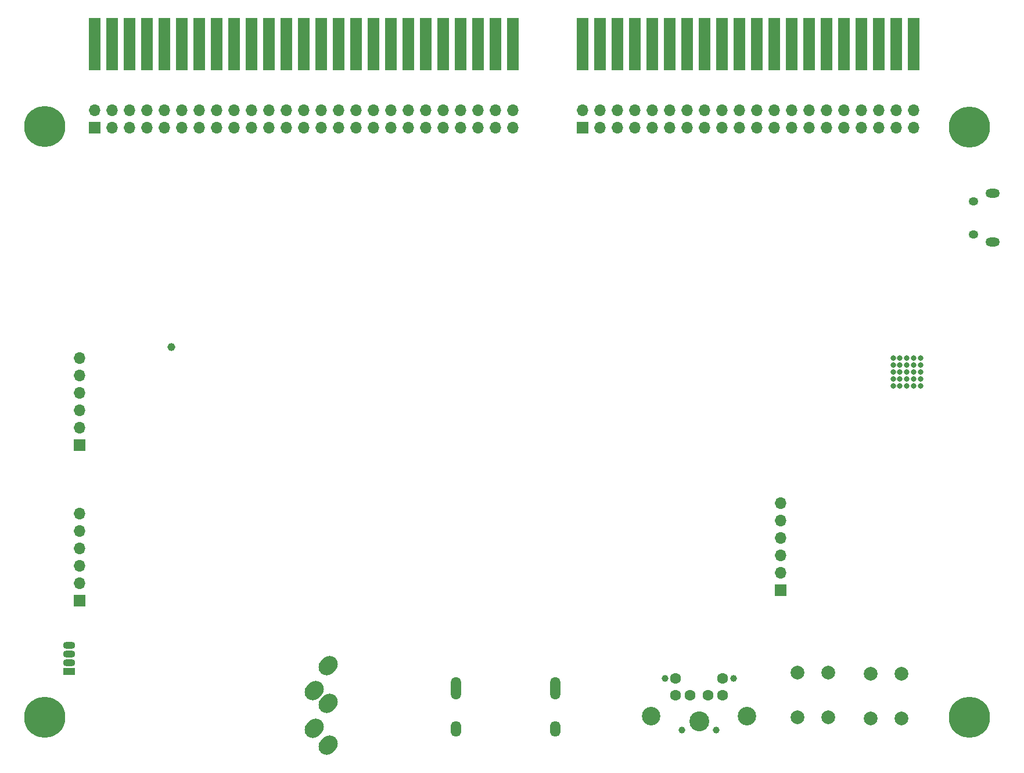
<source format=gbr>
%TF.GenerationSoftware,KiCad,Pcbnew,(6.0.9)*%
%TF.CreationDate,2022-12-28T10:19:49-08:00*%
%TF.ProjectId,NextTRS,4e657874-5452-4532-9e6b-696361645f70,rev?*%
%TF.SameCoordinates,Original*%
%TF.FileFunction,Soldermask,Bot*%
%TF.FilePolarity,Negative*%
%FSLAX46Y46*%
G04 Gerber Fmt 4.6, Leading zero omitted, Abs format (unit mm)*
G04 Created by KiCad (PCBNEW (6.0.9)) date 2022-12-28 10:19:49*
%MOMM*%
%LPD*%
G01*
G04 APERTURE LIST*
G04 Aperture macros list*
%AMHorizOval*
0 Thick line with rounded ends*
0 $1 width*
0 $2 $3 position (X,Y) of the first rounded end (center of the circle)*
0 $4 $5 position (X,Y) of the second rounded end (center of the circle)*
0 Add line between two ends*
20,1,$1,$2,$3,$4,$5,0*
0 Add two circle primitives to create the rounded ends*
1,1,$1,$2,$3*
1,1,$1,$4,$5*%
G04 Aperture macros list end*
%ADD10C,0.800000*%
%ADD11C,6.000000*%
%ADD12C,2.000000*%
%ADD13R,1.700000X1.700000*%
%ADD14O,1.700000X1.700000*%
%ADD15HorizOval,2.400000X-0.212132X-0.212132X0.212132X0.212132X0*%
%ADD16O,1.500000X2.300000*%
%ADD17O,1.500000X3.300000*%
%ADD18O,1.400000X1.200000*%
%ADD19O,2.100000X1.300000*%
%ADD20R,1.778000X7.620000*%
%ADD21R,1.800000X1.070000*%
%ADD22O,1.800000X1.070000*%
%ADD23C,1.600000*%
%ADD24C,1.000000*%
%ADD25C,2.900000*%
%ADD26C,2.700000*%
%ADD27C,1.150000*%
G04 APERTURE END LIST*
D10*
%TO.C,H3*%
X163033390Y-146033810D03*
X163692400Y-147624800D03*
X159851410Y-149215790D03*
D11*
X161442400Y-147624800D03*
D10*
X161442400Y-149874800D03*
X163033390Y-149215790D03*
X161442400Y-145374800D03*
X159192400Y-147624800D03*
X159851410Y-146033810D03*
%TD*%
%TO.C,H2*%
X159192400Y-61468000D03*
X163033390Y-59877010D03*
X161442400Y-63718000D03*
X159851410Y-59877010D03*
X163692400Y-61468000D03*
X159851410Y-63058990D03*
X163033390Y-63058990D03*
D11*
X161442400Y-61468000D03*
D10*
X161442400Y-59218000D03*
%TD*%
D12*
%TO.C,SW2*%
X136383200Y-141123600D03*
X136383200Y-147623600D03*
X140883200Y-147623600D03*
X140883200Y-141123600D03*
%TD*%
D13*
%TO.C,J2*%
X105059400Y-61569600D03*
D14*
X105059400Y-59029600D03*
X107599400Y-61569600D03*
X107599400Y-59029600D03*
X110139400Y-61569600D03*
X110139400Y-59029600D03*
X112679400Y-61569600D03*
X112679400Y-59029600D03*
X115219400Y-61569600D03*
X115219400Y-59029600D03*
X117759400Y-61569600D03*
X117759400Y-59029600D03*
X120299400Y-61569600D03*
X120299400Y-59029600D03*
X122839400Y-61569600D03*
X122839400Y-59029600D03*
X125379400Y-61569600D03*
X125379400Y-59029600D03*
X127919400Y-61569600D03*
X127919400Y-59029600D03*
X130459400Y-61569600D03*
X130459400Y-59029600D03*
X132999400Y-61569600D03*
X132999400Y-59029600D03*
X135539400Y-61569600D03*
X135539400Y-59029600D03*
X138079400Y-61569600D03*
X138079400Y-59029600D03*
X140619400Y-61569600D03*
X140619400Y-59029600D03*
X143159400Y-61569600D03*
X143159400Y-59029600D03*
X145699400Y-61569600D03*
X145699400Y-59029600D03*
X148239400Y-61569600D03*
X148239400Y-59029600D03*
X150779400Y-61569600D03*
X150779400Y-59029600D03*
X153319400Y-61569600D03*
X153319400Y-59029600D03*
%TD*%
D15*
%TO.C,J10*%
X65919599Y-143737999D03*
X67919599Y-145537999D03*
X67919599Y-151637999D03*
X65919599Y-149237999D03*
X67919599Y-140037999D03*
%TD*%
D16*
%TO.C,J7*%
X101077600Y-149339800D03*
X86577600Y-149339800D03*
D17*
X86577600Y-143379800D03*
X101077600Y-143379800D03*
%TD*%
D13*
%TO.C,J8*%
X133900866Y-129039400D03*
D14*
X133900866Y-126499400D03*
X133900866Y-123959400D03*
X133900866Y-121419400D03*
X133900866Y-118879400D03*
X133900866Y-116339400D03*
%TD*%
D12*
%TO.C,SW1*%
X147000400Y-141276000D03*
X147000400Y-147776000D03*
X151500400Y-147776000D03*
X151500400Y-141276000D03*
%TD*%
D13*
%TO.C,J5*%
X31705400Y-130556000D03*
D14*
X31705400Y-128016000D03*
X31705400Y-125476000D03*
X31705400Y-122936000D03*
X31705400Y-120396000D03*
X31705400Y-117856000D03*
%TD*%
D10*
%TO.C,U1*%
X150301600Y-96237600D03*
X153301600Y-96237600D03*
X153301600Y-97237600D03*
X150301600Y-97237600D03*
X154301600Y-99237600D03*
X154301600Y-95237600D03*
X150301600Y-98237600D03*
X151301600Y-97237600D03*
X152301600Y-99237600D03*
X150301600Y-99237600D03*
X150301600Y-95237600D03*
X152301600Y-98237600D03*
X152301600Y-97237600D03*
X154301600Y-97237600D03*
X153301600Y-99237600D03*
X151301600Y-99237600D03*
X151301600Y-95237600D03*
X153301600Y-98237600D03*
X154301600Y-98237600D03*
X153301600Y-95237600D03*
X151301600Y-96237600D03*
X152301600Y-96237600D03*
X154301600Y-96237600D03*
X152301600Y-95237600D03*
X151301600Y-98237600D03*
%TD*%
%TO.C,H1*%
X26670000Y-63667200D03*
X25079010Y-63008190D03*
X28920000Y-61417200D03*
D11*
X26670000Y-61417200D03*
D10*
X25079010Y-59826210D03*
X28260990Y-63008190D03*
X28260990Y-59826210D03*
X26670000Y-59167200D03*
X24420000Y-61417200D03*
%TD*%
D18*
%TO.C,J12*%
X162019700Y-72301800D03*
D19*
X164769700Y-78301800D03*
X164769700Y-71151800D03*
D18*
X162019700Y-77151800D03*
%TD*%
D20*
%TO.C,J4*%
X105054400Y-49428400D03*
X107594400Y-49428400D03*
X110134400Y-49428400D03*
X112674400Y-49428400D03*
X115214400Y-49428400D03*
X117754400Y-49428400D03*
X120294400Y-49428400D03*
X122834400Y-49428400D03*
X125374400Y-49428400D03*
X127914400Y-49428400D03*
X130454400Y-49428400D03*
X132994400Y-49428400D03*
X135534400Y-49428400D03*
X138074400Y-49428400D03*
X140614400Y-49428400D03*
X143154400Y-49428400D03*
X145694400Y-49428400D03*
X148234400Y-49428400D03*
X150774400Y-49428400D03*
X153314400Y-49428400D03*
%TD*%
%TO.C,J3*%
X33909000Y-49428400D03*
X36449000Y-49428400D03*
X38989000Y-49428400D03*
X41529000Y-49428400D03*
X44069000Y-49428400D03*
X46609000Y-49428400D03*
X49149000Y-49428400D03*
X51689000Y-49428400D03*
X54229000Y-49428400D03*
X56769000Y-49428400D03*
X59309000Y-49428400D03*
X61849000Y-49428400D03*
X64389000Y-49428400D03*
X66929000Y-49428400D03*
X69469000Y-49428400D03*
X72009000Y-49428400D03*
X74549000Y-49428400D03*
X77089000Y-49428400D03*
X79629000Y-49428400D03*
X82169000Y-49428400D03*
X84709000Y-49428400D03*
X87249000Y-49428400D03*
X89789000Y-49428400D03*
X92329000Y-49428400D03*
X94869000Y-49428400D03*
%TD*%
D21*
%TO.C,D1*%
X30224000Y-140890800D03*
D22*
X30224000Y-139620800D03*
X30224000Y-138350800D03*
X30224000Y-137080800D03*
%TD*%
D23*
%TO.C,J11*%
X123321600Y-144409600D03*
X120721600Y-144409600D03*
X125421600Y-144409600D03*
X118621600Y-144409600D03*
X125421600Y-141909600D03*
X118621600Y-141909600D03*
D24*
X124521600Y-149509600D03*
X119521600Y-149509600D03*
X127021600Y-141909600D03*
X117021600Y-141909600D03*
D25*
X122021600Y-148209600D03*
D26*
X129021600Y-147409600D03*
X115021600Y-147409600D03*
%TD*%
D27*
%TO.C,Conn1*%
X45086000Y-93569700D03*
%TD*%
D13*
%TO.C,J1*%
X33883600Y-61569600D03*
D14*
X33883600Y-59029600D03*
X36423600Y-61569600D03*
X36423600Y-59029600D03*
X38963600Y-61569600D03*
X38963600Y-59029600D03*
X41503600Y-61569600D03*
X41503600Y-59029600D03*
X44043600Y-61569600D03*
X44043600Y-59029600D03*
X46583600Y-61569600D03*
X46583600Y-59029600D03*
X49123600Y-61569600D03*
X49123600Y-59029600D03*
X51663600Y-61569600D03*
X51663600Y-59029600D03*
X54203600Y-61569600D03*
X54203600Y-59029600D03*
X56743600Y-61569600D03*
X56743600Y-59029600D03*
X59283600Y-61569600D03*
X59283600Y-59029600D03*
X61823600Y-61569600D03*
X61823600Y-59029600D03*
X64363600Y-61569600D03*
X64363600Y-59029600D03*
X66903600Y-61569600D03*
X66903600Y-59029600D03*
X69443600Y-61569600D03*
X69443600Y-59029600D03*
X71983600Y-61569600D03*
X71983600Y-59029600D03*
X74523600Y-61569600D03*
X74523600Y-59029600D03*
X77063600Y-61569600D03*
X77063600Y-59029600D03*
X79603600Y-61569600D03*
X79603600Y-59029600D03*
X82143600Y-61569600D03*
X82143600Y-59029600D03*
X84683600Y-61569600D03*
X84683600Y-59029600D03*
X87223600Y-61569600D03*
X87223600Y-59029600D03*
X89763600Y-61569600D03*
X89763600Y-59029600D03*
X92303600Y-61569600D03*
X92303600Y-59029600D03*
X94843600Y-61569600D03*
X94843600Y-59029600D03*
%TD*%
D13*
%TO.C,J6*%
X31705400Y-107899200D03*
D14*
X31705400Y-105359200D03*
X31705400Y-102819200D03*
X31705400Y-100279200D03*
X31705400Y-97739200D03*
X31705400Y-95199200D03*
%TD*%
D10*
%TO.C,H4*%
X26670000Y-149874800D03*
X28920000Y-147624800D03*
X25079010Y-146033810D03*
X26670000Y-145374800D03*
X25079010Y-149215790D03*
X28260990Y-149215790D03*
D11*
X26670000Y-147624800D03*
D10*
X24420000Y-147624800D03*
X28260990Y-146033810D03*
%TD*%
M02*

</source>
